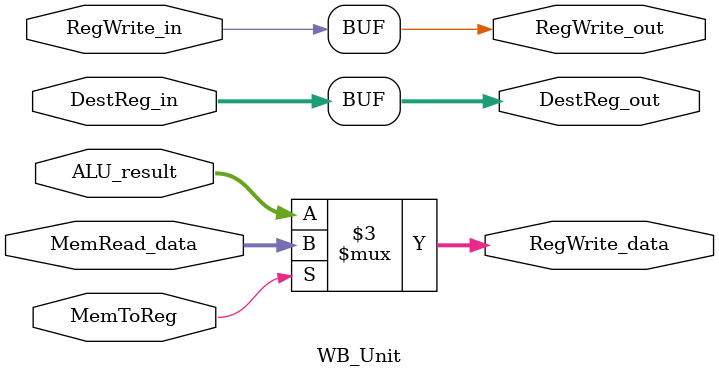
<source format=v>
module WB_Unit
(
	// INPUTS	
	MemToReg, MemRead_data, ALU_result, 
	DestReg_in, RegWrite_in,

	// OUTPUTS
	DestReg_out, RegWrite_out,
	RegWrite_data
);

//INPUTS/////////////////////////////////////////////////////////////

input 		RegWrite_in;
input 		MemToReg;
input [4:0]	DestReg_in;
input [31:0] 	ALU_result;
input [31:0] 	MemRead_data;

//OUTPUTS////////////////////////////////////////////////////////////

output			RegWrite_out;
output [4:0]		DestReg_out;
output reg [31:0] 	RegWrite_data;

//INTERNAL CONTROL///////////////////////////////////////////////////

assign DestReg_out = DestReg_in;

assign RegWrite_out = RegWrite_in;

// Mux for selecting writeback data source
always @(MemRead_data, ALU_result, MemToReg) begin

	if (MemToReg) begin
		RegWrite_data = MemRead_data;
	end
	else begin
		RegWrite_data = ALU_result;
	end

end

endmodule

</source>
